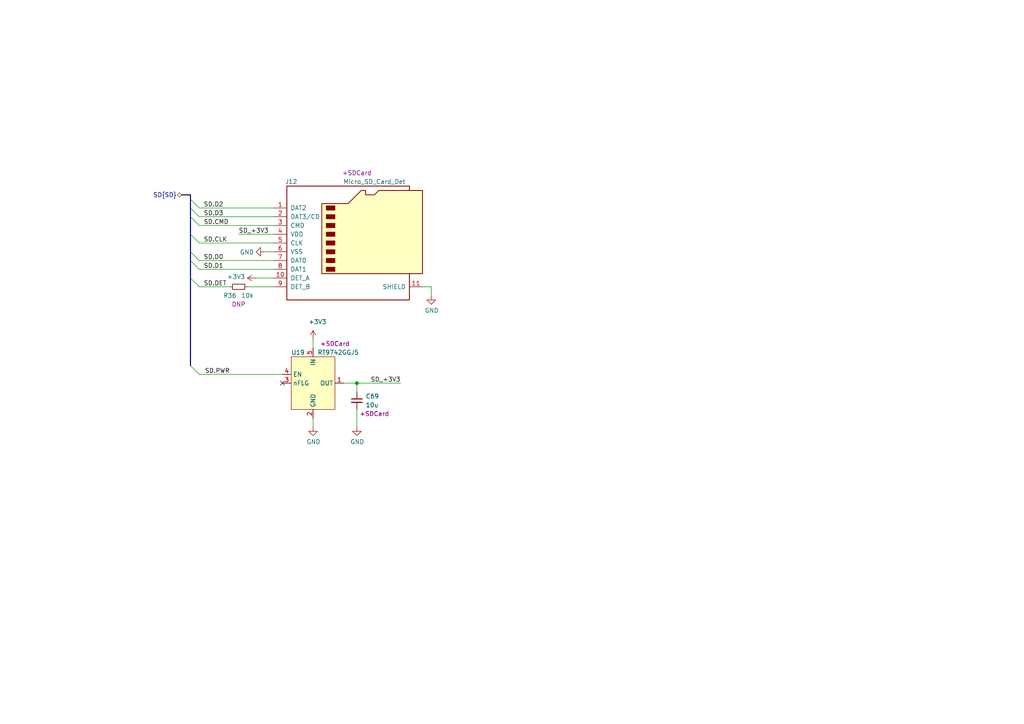
<source format=kicad_sch>
(kicad_sch (version 20210126) (generator eeschema)
  (paper "A4")
  (title_block (title "SD card") (date "2021-01-12") (rev "0.1") (company "Nabu Casa") (comment 1 "www.nabucasa.com") (comment 2 "Light Blue"))
  (lib_symbols
    (symbol "Connector:Micro_SD_Card_Det" (pin_names (offset 1.016))
      (property "Reference" "J" (at -16.51 17.78 0))
      (property "Value" "Micro_SD_Card_Det" (at 16.51 17.78 0))
      (symbol "Micro_SD_Card_Det_0_1"
        (rectangle (start -7.62 -6.985) (end -5.08 -8.255) (fill (type outline)))
        (rectangle (start -7.62 -4.445) (end -5.08 -5.715) (fill (type outline)))
        (rectangle (start -7.62 -1.905) (end -5.08 -3.175) (fill (type outline)))
        (rectangle (start -7.62 0.635) (end -5.08 -0.635) (fill (type outline)))
        (rectangle (start -7.62 3.175) (end -5.08 1.905) (fill (type outline)))
        (rectangle (start -7.62 5.715) (end -5.08 4.445) (fill (type outline)))
        (rectangle (start -7.62 8.255) (end -5.08 6.985) (fill (type outline)))
        (rectangle (start -7.62 10.795) (end -5.08 9.525) (fill (type outline)))
        (polyline (pts (xy 16.51 15.24) (xy 16.51 16.51) (xy -19.05 16.51) (xy -19.05 -16.51) (xy 16.51 -16.51) (xy 16.51 -8.89)) (stroke (width 0.254)))
        (polyline (pts (xy -8.89 -8.89) (xy -8.89 11.43) (xy -1.27 11.43) (xy 2.54 15.24) (xy 3.81 15.24) (xy 3.81 13.97) (xy 6.35 13.97) (xy 7.62 15.24) (xy 20.32 15.24) (xy 20.32 -8.89) (xy -8.89 -8.89)) (stroke (width 0.254)) (fill (type background)))
      )
      (symbol "Micro_SD_Card_Det_1_1"
        (pin bidirectional line (at -22.86 10.16 0) (length 3.81) (name "DAT2") (number "1"))
        (pin passive line (at -22.86 -10.16 0) (length 3.81) (name "DET_A") (number "10"))
        (pin passive line (at 20.32 -12.7 180) (length 3.81) (name "SHIELD") (number "11"))
        (pin bidirectional line (at -22.86 7.62 0) (length 3.81) (name "DAT3/CD") (number "2"))
        (pin input line (at -22.86 5.08 0) (length 3.81) (name "CMD") (number "3"))
        (pin power_in line (at -22.86 2.54 0) (length 3.81) (name "VDD") (number "4"))
        (pin input line (at -22.86 0 0) (length 3.81) (name "CLK") (number "5"))
        (pin power_in line (at -22.86 -2.54 0) (length 3.81) (name "VSS") (number "6"))
        (pin bidirectional line (at -22.86 -5.08 0) (length 3.81) (name "DAT0") (number "7"))
        (pin bidirectional line (at -22.86 -7.62 0) (length 3.81) (name "DAT1") (number "8"))
        (pin passive line (at -22.86 -12.7 0) (length 3.81) (name "DET_B") (number "9"))
      )
    )
    (symbol "Device:C_Small" (pin_numbers hide) (pin_names (offset 0.254) hide)
      (property "Reference" "C" (at 0.254 1.778 0))
      (property "Value" "C_Small" (at 0.254 -2.032 0))
      (symbol "C_Small_0_1"
        (polyline (pts (xy -1.524 -0.508) (xy 1.524 -0.508)) (stroke (width 0.3302)))
        (polyline (pts (xy -1.524 0.508) (xy 1.524 0.508)) (stroke (width 0.3048)))
      )
      (symbol "C_Small_1_1"
        (pin passive line (at 0 2.54 270) (length 2.032) (name "~") (number "1"))
        (pin passive line (at 0 -2.54 90) (length 2.032) (name "~") (number "2"))
      )
    )
    (symbol "Device:R_Small" (pin_numbers hide) (pin_names (offset 0.254) hide)
      (property "Reference" "R" (at 0.762 0.508 0))
      (property "Value" "R_Small" (at 0.762 -1.016 0))
      (symbol "R_Small_0_1"
        (rectangle (start -0.762 1.778) (end 0.762 -1.778) (stroke (width 0.2032)))
      )
      (symbol "R_Small_1_1"
        (pin passive line (at 0 2.54 270) (length 0.762) (name "~") (number "1"))
        (pin passive line (at 0 -2.54 90) (length 0.762) (name "~") (number "2"))
      )
    )
    (symbol "LightBlue:RT9742GGJ5"
      (property "Reference" "U" (at -5.08 8.89 0))
      (property "Value" "RT9742GGJ5" (at 7.62 8.89 0))
      (symbol "RT9742GGJ5_0_0"
        (pin power_out line (at 8.89 0 180) (length 2.54) (name "OUT") (number "1"))
        (pin power_in line (at 0 -10.16 90) (length 2.54) (name "GND") (number "2"))
        (pin open_collector line (at -8.89 0 0) (length 2.54) (name "nFLG") (number "3"))
        (pin input line (at -8.89 2.54 0) (length 2.54) (name "EN") (number "4"))
        (pin power_in line (at 0 10.16 270) (length 2.54) (name "IN") (number "5"))
      )
      (symbol "RT9742GGJ5_0_1"
        (rectangle (start -6.35 7.62) (end 6.35 -7.62) (fill (type background)))
      )
    )
    (symbol "power:+3V3" (power) (pin_names (offset 0))
      (property "Value" "+3V3" (at 0 3.556 0))
      (symbol "+3V3_0_1"
        (polyline (pts (xy -0.762 1.27) (xy 0 2.54)))
        (polyline (pts (xy 0 0) (xy 0 2.54)))
        (polyline (pts (xy 0 2.54) (xy 0.762 1.27)))
      )
      (symbol "+3V3_1_1"
        (pin power_in line (at 0 0 90) (length 0) hide (name "+3V3") (number "1"))
      )
    )
    (symbol "power:GND" (power) (pin_names (offset 0))
      (property "Value" "GND" (at 0 -3.81 0))
      (symbol "GND_0_1"
        (polyline (pts (xy 0 0) (xy 0 -1.27) (xy 1.27 -1.27) (xy 0 -2.54) (xy -1.27 -1.27) (xy 0 -1.27)))
      )
      (symbol "GND_1_1"
        (pin power_in line (at 0 0 270) (length 0) hide (name "GND") (number "1"))
      )
    )
  )
  (junction (at 103.505 111.125) (diameter 0.9144))
  (no_connect (at 81.915 111.125))
  (bus_entry (at 55.245 57.785) (size 2.54 2.54) (stroke (width 0.1524)))
  (bus_entry (at 55.245 60.325) (size 2.54 2.54) (stroke (width 0.1524)))
  (bus_entry (at 55.245 62.865) (size 2.54 2.54) (stroke (width 0.1524)))
  (bus_entry (at 55.245 67.945) (size 2.54 2.54) (stroke (width 0.1524)))
  (bus_entry (at 55.245 73.025) (size 2.54 2.54) (stroke (width 0.1524)))
  (bus_entry (at 55.245 75.565) (size 2.54 2.54) (stroke (width 0.1524)))
  (bus_entry (at 55.245 80.645) (size 2.54 2.54) (stroke (width 0.1524)))
  (bus_entry (at 55.245 106.045) (size 2.54 2.54) (stroke (width 0.1524)))
  (wire (pts (xy 57.785 60.325) (xy 79.375 60.325)))
  (wire (pts (xy 57.785 62.865) (xy 79.375 62.865)))
  (wire (pts (xy 57.785 65.405) (xy 79.375 65.405)))
  (wire (pts (xy 57.785 70.485) (xy 79.375 70.485)))
  (wire (pts (xy 57.785 75.565) (xy 79.375 75.565)))
  (wire (pts (xy 57.785 78.105) (xy 79.375 78.105)))
  (wire (pts (xy 57.785 83.185) (xy 66.675 83.185)))
  (wire (pts (xy 57.785 108.585) (xy 81.915 108.585)))
  (wire (pts (xy 69.215 67.945) (xy 79.375 67.945)))
  (wire (pts (xy 71.755 83.185) (xy 79.375 83.185)))
  (wire (pts (xy 74.295 80.645) (xy 79.375 80.645)))
  (wire (pts (xy 79.375 73.025) (xy 76.835 73.025)))
  (wire (pts (xy 90.805 98.425) (xy 90.805 100.965)))
  (wire (pts (xy 90.805 121.285) (xy 90.805 123.825)))
  (wire (pts (xy 99.695 111.125) (xy 103.505 111.125)))
  (wire (pts (xy 103.505 111.125) (xy 103.505 113.665)))
  (wire (pts (xy 103.505 111.125) (xy 116.205 111.125)))
  (wire (pts (xy 103.505 118.745) (xy 103.505 123.825)))
  (wire (pts (xy 122.555 83.185) (xy 125.095 83.185)))
  (wire (pts (xy 125.095 83.185) (xy 125.095 85.725)))
  (bus (pts (xy 52.705 56.515) (xy 55.245 56.515)))
  (bus (pts (xy 55.245 56.515) (xy 55.245 57.785)))
  (bus (pts (xy 55.245 57.785) (xy 55.245 60.325)))
  (bus (pts (xy 55.245 62.865) (xy 55.245 60.325)))
  (bus (pts (xy 55.245 62.865) (xy 55.245 67.945)))
  (bus (pts (xy 55.245 67.945) (xy 55.245 73.025)))
  (bus (pts (xy 55.245 75.565) (xy 55.245 73.025)))
  (bus (pts (xy 55.245 75.565) (xy 55.245 80.645)))
  (bus (pts (xy 55.245 80.645) (xy 55.245 106.045)))
  (label "SD.D2" (at 59.055 60.325 0))
  (label "SD.D3" (at 59.055 62.865 0))
  (label "SD.CMD" (at 59.055 65.405 0))
  (label "SD.CLK" (at 59.055 70.485 0))
  (label "SD.D0" (at 59.055 75.565 0))
  (label "SD.D1" (at 59.055 78.105 0))
  (label "SD.DET" (at 59.055 83.185 0))
  (label "SD.PWR" (at 66.675 108.585 180))
  (label "SD_+3V3" (at 69.215 67.945 0))
  (label "SD_+3V3" (at 116.205 111.125 180))
  (hierarchical_label "SD{SD}" (shape bidirectional) (at 52.705 56.515 180))
  (symbol (lib_id "power:+3V3") (at 74.295 80.645 90) (unit 1)
    (property "Reference" "#PWR0243" (effects hide))
    (property "Value" "+3V3" (at 71.1199 80.2767 90) (effects (justify left)))
  )
  (symbol (lib_id "power:+3V3") (at 90.805 98.425 0) (unit 1)
    (property "Reference" "#PWR0239" (effects hide))
    (property "Value" "+3V3" (at 92.075 93.345 0))
  )
  (symbol (lib_id "power:GND") (at 76.835 73.025 270) (unit 1)
    (property "Reference" "#PWR0238" (effects hide))
    (property "Value" "GND" (at 73.66 73.1393 90) (effects (justify right)))
  )
  (symbol (lib_id "power:GND") (at 90.805 123.825 0) (unit 1)
    (property "Reference" "#PWR0242" (effects hide))
    (property "Value" "GND" (at 90.9193 128.1494 0))
  )
  (symbol (lib_id "power:GND") (at 103.505 123.825 0) (unit 1)
    (property "Reference" "#PWR0241" (effects hide))
    (property "Value" "GND" (at 103.6193 128.1494 0))
  )
  (symbol (lib_id "power:GND") (at 125.095 85.725 0) (unit 1)
    (property "Reference" "#PWR0240" (effects hide))
    (property "Value" "GND" (at 125.2093 90.0494 0))
  )
  (symbol (lib_id "Device:R_Small") (at 69.215 83.185 270) (unit 1)
    (property "Reference" "R36" (at 66.675 85.725 90))
    (property "Value" "10k" (at 71.755 85.725 90))
    (property "Footprint" "Resistor_SMD:R_0402_1005Metric" (effects hide))
    (property "Config" "DNP" (at 69.215 88.265 90))
  )
  (symbol (lib_id "Device:C_Small") (at 103.505 116.205 0) (unit 1)
    (property "Reference" "C69" (at 106.045 114.935 0) (effects (justify left)))
    (property "Value" "10u" (at 106.045 117.475 0) (effects (justify left)))
    (property "Footprint" "Capacitor_SMD:C_0805_2012Metric" (effects hide))
    (property "Config" "+SDCard" (at 108.585 120.015 0))
  )
  (symbol (lib_id "LightBlue:RT9742GGJ5") (at 90.805 111.125 0) (unit 1)
    (property "Reference" "U19" (at 84.455 102.235 0) (effects (justify left)))
    (property "Value" "RT9742GGJ5" (at 92.075 102.235 0) (effects (justify left)))
    (property "Footprint" "Package_TO_SOT_SMD:SOT-23-5" (effects hide))
    (property "Datasheet" "https://www.richtek.com/assets/product_file/RT9742/DS9742-00.pdf" (effects hide))
    (property "Config" "+SDCard" (at 97.155 99.695 0))
    (property "Manufacturer" "Richtek USA" (effects hide))
    (property "PartNumber" "RT9742GGJ5" (effects hide))
  )
  (symbol (lib_id "Connector:Micro_SD_Card_Det") (at 102.235 70.485 0) (unit 1)
    (property "Reference" "J12" (at 84.455 52.705 0))
    (property "Value" "Micro_SD_Card_Det" (at 108.585 52.705 0))
    (property "Footprint" "Connector_Card:microSD_HC_Molex_104031-0811" (effects hide))
    (property "Datasheet" "https://www.hirose.com/product/en/download_file/key_name/DM3/category/Catalog/doc_file_id/49662/?file_category_id=4&item_id=195&is_series=1" (effects hide))
    (property "Config" "+SDCard" (at 103.505 50.165 0))
    (property "Manufacturer" "Molex" (effects hide))
    (property "PartNumber" "104031-0811" (effects hide))
  )
)
</source>
